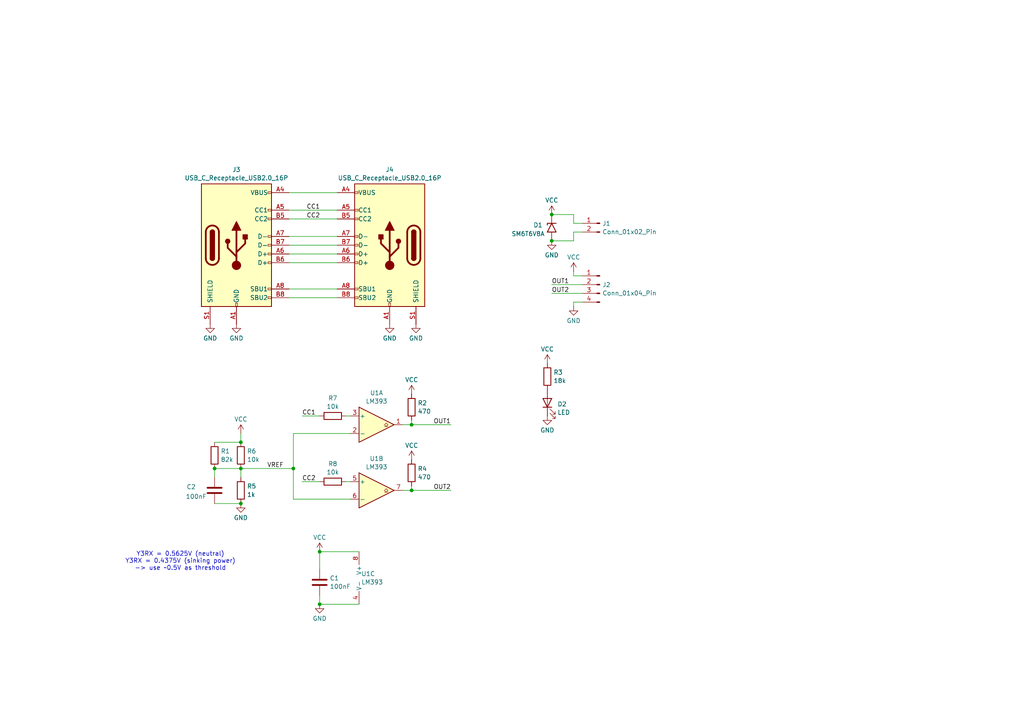
<source format=kicad_sch>
(kicad_sch (version 20250114) (generator "eeschema") (generator_version "9.0")
  (paper "A4")
  (title_block (title "USB-C PD Sniffer for Logic Analyzer") (date "2025-04-13") (rev "1") (company "Michael Schwingen") (comment 1 "<michael@schwingen.org>"))
  (lib_symbols
    (symbol "Comparator:LM393" (pin_names (offset 0.127))
      (property "Reference" "U" (at 3.81 3.81 0))
      (property "Value" "LM393" (at 6.35 -3.81 0))
      (symbol "LM393_1_1"
        (polyline (pts (xy -5.08 5.08) (xy 5.08 0) (xy -5.08 -5.08) (xy -5.08 5.08)) (stroke (width 0.254)) (fill (type background)))
        (polyline (pts (xy 3.302 -0.508) (xy 2.794 -0.508) (xy 3.302 0) (xy 2.794 0.508) (xy 2.286 0) (xy 2.794 -0.508) (xy 2.286 -0.508)) (stroke (width 0.127)))
        (pin input line (at -7.62 2.54 0) (length 2.54) (name "+") (number "3"))
        (pin input line (at -7.62 -2.54 0) (length 2.54) (name "-") (number "2"))
        (pin open_collector line (at 7.62 0 180) (length 2.54) (name "~") (number "1"))
      )
      (symbol "LM393_2_1"
        (polyline (pts (xy -5.08 5.08) (xy 5.08 0) (xy -5.08 -5.08) (xy -5.08 5.08)) (stroke (width 0.254)) (fill (type background)))
        (polyline (pts (xy 3.302 -0.508) (xy 2.794 -0.508) (xy 3.302 0) (xy 2.794 0.508) (xy 2.286 0) (xy 2.794 -0.508) (xy 2.286 -0.508)) (stroke (width 0.127)))
        (pin input line (at -7.62 2.54 0) (length 2.54) (name "+") (number "5"))
        (pin input line (at -7.62 -2.54 0) (length 2.54) (name "-") (number "6"))
        (pin open_collector line (at 7.62 0 180) (length 2.54) (name "~") (number "7"))
      )
      (symbol "LM393_3_1"
        (pin power_in line (at -2.54 7.62 270) (length 3.81) (name "V+") (number "8"))
        (pin power_in line (at -2.54 -7.62 90) (length 3.81) (name "V-") (number "4"))
      )
    )
    (symbol "Connector:Conn_01x02_Pin" (pin_names (offset 1.016) (hide yes))
      (property "Reference" "J" (at 0 2.54 0))
      (property "Value" "Conn_01x02_Pin" (at 0 -5.08 0))
      (symbol "Conn_01x02_Pin_1_1"
        (rectangle (start 0.8636 0.127) (end 0 -0.127) (stroke (width 0.1524)) (fill (type outline)))
        (rectangle (start 0.8636 -2.413) (end 0 -2.667) (stroke (width 0.1524)) (fill (type outline)))
        (polyline (pts (xy 1.27 0) (xy 0.8636 0)) (stroke (width 0.1524)))
        (polyline (pts (xy 1.27 -2.54) (xy 0.8636 -2.54)) (stroke (width 0.1524)))
        (pin passive line (at 5.08 0 180) (length 3.81) (name "Pin_1") (number "1"))
        (pin passive line (at 5.08 -2.54 180) (length 3.81) (name "Pin_2") (number "2"))
      )
    )
    (symbol "Connector:Conn_01x04_Pin" (pin_names (offset 1.016) (hide yes))
      (property "Reference" "J" (at 0 5.08 0))
      (property "Value" "Conn_01x04_Pin" (at 0 -7.62 0))
      (symbol "Conn_01x04_Pin_1_1"
        (rectangle (start 0.8636 2.667) (end 0 2.413) (stroke (width 0.1524)) (fill (type outline)))
        (rectangle (start 0.8636 0.127) (end 0 -0.127) (stroke (width 0.1524)) (fill (type outline)))
        (rectangle (start 0.8636 -2.413) (end 0 -2.667) (stroke (width 0.1524)) (fill (type outline)))
        (rectangle (start 0.8636 -4.953) (end 0 -5.207) (stroke (width 0.1524)) (fill (type outline)))
        (polyline (pts (xy 1.27 2.54) (xy 0.8636 2.54)) (stroke (width 0.1524)))
        (polyline (pts (xy 1.27 0) (xy 0.8636 0)) (stroke (width 0.1524)))
        (polyline (pts (xy 1.27 -2.54) (xy 0.8636 -2.54)) (stroke (width 0.1524)))
        (polyline (pts (xy 1.27 -5.08) (xy 0.8636 -5.08)) (stroke (width 0.1524)))
        (pin passive line (at 5.08 2.54 180) (length 3.81) (name "Pin_1") (number "1"))
        (pin passive line (at 5.08 0 180) (length 3.81) (name "Pin_2") (number "2"))
        (pin passive line (at 5.08 -2.54 180) (length 3.81) (name "Pin_3") (number "3"))
        (pin passive line (at 5.08 -5.08 180) (length 3.81) (name "Pin_4") (number "4"))
      )
    )
    (symbol "Connector:USB_C_Receptacle_USB2.0_16P" (pin_names (offset 1.016))
      (property "Reference" "J" (at 0 22.225 0))
      (property "Value" "USB_C_Receptacle_USB2.0_16P" (at 0 19.685 0))
      (symbol "USB_C_Receptacle_USB2.0_16P_0_0"
        (rectangle (start -0.254 -17.78) (end 0.254 -16.764))
        (rectangle (start 10.16 15.494) (end 9.144 14.986))
        (rectangle (start 10.16 10.414) (end 9.144 9.906))
        (rectangle (start 10.16 7.874) (end 9.144 7.366))
        (rectangle (start 10.16 2.794) (end 9.144 2.286))
        (rectangle (start 10.16 0.254) (end 9.144 -0.254))
        (rectangle (start 10.16 -2.286) (end 9.144 -2.794))
        (rectangle (start 10.16 -4.826) (end 9.144 -5.334))
        (rectangle (start 10.16 -12.446) (end 9.144 -12.954))
        (rectangle (start 10.16 -14.986) (end 9.144 -15.494))
      )
      (symbol "USB_C_Receptacle_USB2.0_16P_0_1"
        (rectangle (start -10.16 17.78) (end 10.16 -17.78) (stroke (width 0.254)) (fill (type background)))
        (polyline (pts (xy -8.89 -3.81) (xy -8.89 3.81)) (stroke (width 0.508)))
        (rectangle (start -7.62 -3.81) (end -6.35 3.81) (stroke (width 0.254)) (fill (type outline)))
        (arc (start -7.62 3.81) (mid -6.985 4.4423) (end -6.35 3.81) (stroke (width 0.254)))
        (arc (start -7.62 3.81) (mid -6.985 4.4423) (end -6.35 3.81) (stroke (width 0.254)) (fill (type outline)))
        (arc (start -8.89 3.81) (mid -6.985 5.7067) (end -5.08 3.81) (stroke (width 0.508)))
        (arc (start -5.08 -3.81) (mid -6.985 -5.7067) (end -8.89 -3.81) (stroke (width 0.508)))
        (arc (start -6.35 -3.81) (mid -6.985 -4.4423) (end -7.62 -3.81) (stroke (width 0.254)))
        (arc (start -6.35 -3.81) (mid -6.985 -4.4423) (end -7.62 -3.81) (stroke (width 0.254)) (fill (type outline)))
        (polyline (pts (xy -5.08 3.81) (xy -5.08 -3.81)) (stroke (width 0.508)))
        (circle (center -2.54 1.143) (radius 0.635) (stroke (width 0.254)) (fill (type outline)))
        (polyline (pts (xy -1.27 4.318) (xy 0 6.858) (xy 1.27 4.318) (xy -1.27 4.318)) (stroke (width 0.254)) (fill (type outline)))
        (polyline (pts (xy 0 -2.032) (xy 2.54 0.508) (xy 2.54 1.778)) (stroke (width 0.508)))
        (polyline (pts (xy 0 -3.302) (xy -2.54 -0.762) (xy -2.54 0.508)) (stroke (width 0.508)))
        (polyline (pts (xy 0 -5.842) (xy 0 4.318)) (stroke (width 0.508)))
        (circle (center 0 -5.842) (radius 1.27) (fill (type outline)))
        (rectangle (start 1.905 1.778) (end 3.175 3.048) (stroke (width 0.254)) (fill (type outline)))
      )
      (symbol "USB_C_Receptacle_USB2.0_16P_1_1"
        (pin passive line (at -7.62 -22.86 90) (length 5.08) (name "SHIELD") (number "S1"))
        (pin passive line (at 0 -22.86 90) (length 5.08) (name "GND") (number "A1"))
        (pin passive line (at 0 -22.86 90) (length 5.08) (hide yes) (name "GND") (number "A12"))
        (pin passive line (at 0 -22.86 90) (length 5.08) (hide yes) (name "GND") (number "B1"))
        (pin passive line (at 0 -22.86 90) (length 5.08) (hide yes) (name "GND") (number "B12"))
        (pin passive line (at 15.24 15.24 180) (length 5.08) (name "VBUS") (number "A4"))
        (pin passive line (at 15.24 15.24 180) (length 5.08) (hide yes) (name "VBUS") (number "A9"))
        (pin passive line (at 15.24 15.24 180) (length 5.08) (hide yes) (name "VBUS") (number "B4"))
        (pin passive line (at 15.24 15.24 180) (length 5.08) (hide yes) (name "VBUS") (number "B9"))
        (pin bidirectional line (at 15.24 10.16 180) (length 5.08) (name "CC1") (number "A5"))
        (pin bidirectional line (at 15.24 7.62 180) (length 5.08) (name "CC2") (number "B5"))
        (pin bidirectional line (at 15.24 2.54 180) (length 5.08) (name "D-") (number "A7"))
        (pin bidirectional line (at 15.24 0 180) (length 5.08) (name "D-") (number "B7"))
        (pin bidirectional line (at 15.24 -2.54 180) (length 5.08) (name "D+") (number "A6"))
        (pin bidirectional line (at 15.24 -5.08 180) (length 5.08) (name "D+") (number "B6"))
        (pin bidirectional line (at 15.24 -12.7 180) (length 5.08) (name "SBU1") (number "A8"))
        (pin bidirectional line (at 15.24 -15.24 180) (length 5.08) (name "SBU2") (number "B8"))
      )
    )
    (symbol "Device:C" (pin_numbers (hide yes)) (pin_names (offset 0.254))
      (property "Reference" "C" (at 0.635 2.54 0))
      (property "Value" "C" (at 0.635 -2.54 0))
      (symbol "C_0_1"
        (polyline (pts (xy -2.032 0.762) (xy 2.032 0.762)) (stroke (width 0.508)))
        (polyline (pts (xy -2.032 -0.762) (xy 2.032 -0.762)) (stroke (width 0.508)))
      )
      (symbol "C_1_1"
        (pin passive line (at 0 3.81 270) (length 2.794) (name "~") (number "1"))
        (pin passive line (at 0 -3.81 90) (length 2.794) (name "~") (number "2"))
      )
    )
    (symbol "Device:LED" (pin_numbers (hide yes)) (pin_names (offset 1.016) (hide yes))
      (property "Reference" "D" (at 0 2.54 0))
      (property "Value" "LED" (at 0 -2.54 0))
      (symbol "LED_0_1"
        (polyline (pts (xy -3.048 -0.762) (xy -4.572 -2.286) (xy -3.81 -2.286) (xy -4.572 -2.286) (xy -4.572 -1.524)))
        (polyline (pts (xy -1.778 -0.762) (xy -3.302 -2.286) (xy -2.54 -2.286) (xy -3.302 -2.286) (xy -3.302 -1.524)))
        (polyline (pts (xy -1.27 0) (xy 1.27 0)))
        (polyline (pts (xy -1.27 -1.27) (xy -1.27 1.27)) (stroke (width 0.254)))
        (polyline (pts (xy 1.27 -1.27) (xy 1.27 1.27) (xy -1.27 0) (xy 1.27 -1.27)) (stroke (width 0.254)))
      )
      (symbol "LED_1_1"
        (pin passive line (at -3.81 0 0) (length 2.54) (name "K") (number "1"))
        (pin passive line (at 3.81 0 180) (length 2.54) (name "A") (number "2"))
      )
    )
    (symbol "Device:R" (pin_numbers (hide yes)) (pin_names (offset 0))
      (property "Reference" "R" (at 2.032 0 90))
      (property "Value" "R" (at 0 0 90))
      (symbol "R_0_1"
        (rectangle (start -1.016 -2.54) (end 1.016 2.54) (stroke (width 0.254)))
      )
      (symbol "R_1_1"
        (pin passive line (at 0 3.81 270) (length 1.27) (name "~") (number "1"))
        (pin passive line (at 0 -3.81 90) (length 1.27) (name "~") (number "2"))
      )
    )
    (symbol "Diode:SM6T6V8A" (pin_numbers (hide yes)) (pin_names (offset 1.016) (hide yes))
      (property "Reference" "D" (at 0 2.54 0))
      (property "Value" "SM6T6V8A" (at 0 -2.54 0))
      (symbol "SM6T6V8A_0_1"
        (polyline (pts (xy -0.762 1.27) (xy -1.27 1.27) (xy -1.27 -1.27)) (stroke (width 0.254)))
        (polyline (pts (xy 1.27 1.27) (xy 1.27 -1.27) (xy -1.27 0) (xy 1.27 1.27)) (stroke (width 0.254)))
      )
      (symbol "SM6T6V8A_1_1"
        (pin passive line (at -3.81 0 0) (length 2.54) (name "A1") (number "1"))
        (pin passive line (at 3.81 0 180) (length 2.54) (name "A2") (number "2"))
      )
    )
    (symbol "power:GND" (power) (pin_numbers (hide yes)) (pin_names (offset 0) (hide yes))
      (property "Value" "GND" (at 0 -3.81 0))
      (symbol "GND_0_1"
        (polyline (pts (xy 0 0) (xy 0 -1.27) (xy 1.27 -1.27) (xy 0 -2.54) (xy -1.27 -1.27) (xy 0 -1.27)))
      )
      (symbol "GND_1_1"
        (pin power_in line (at 0 0 270) (length 0) (name "~") (number "1"))
      )
    )
    (symbol "power:VCC" (power) (pin_numbers (hide yes)) (pin_names (offset 0) (hide yes))
      (property "Value" "VCC" (at 0 3.556 0))
      (symbol "VCC_0_1"
        (polyline (pts (xy -0.762 1.27) (xy 0 2.54)))
        (polyline (pts (xy 0 2.54) (xy 0.762 1.27)))
        (polyline (pts (xy 0 0) (xy 0 2.54)))
      )
      (symbol "VCC_1_1"
        (pin power_in line (at 0 0 90) (length 0) (name "~") (number "1"))
      )
    )
  )
  (text "Y3RX = 0.5625V (neutral)\nY3RX = 0.4375V (sinking power)\n-> use ~0.5V as threshold" (at 52.324 162.814 0) (effects (font (size 1.27 1.27))))
  (junction (at 119.38 123.19))
  (junction (at 69.85 146.05))
  (junction (at 85.09 135.89))
  (junction (at 92.71 160.02))
  (junction (at 92.71 175.26))
  (junction (at 69.85 128.27))
  (junction (at 160.02 62.23))
  (junction (at 69.85 135.89))
  (junction (at 160.02 69.85))
  (junction (at 62.23 135.89))
  (junction (at 119.38 142.24))
  (wire (pts (xy 119.38 123.19) (xy 130.81 123.19)))
  (wire (pts (xy 101.6 144.78) (xy 85.09 144.78)))
  (wire (pts (xy 92.71 160.02) (xy 92.71 165.1)))
  (wire (pts (xy 69.85 135.89) (xy 69.85 138.43)))
  (wire (pts (xy 62.23 128.27) (xy 69.85 128.27)))
  (wire (pts (xy 119.38 142.24) (xy 130.81 142.24)))
  (wire (pts (xy 83.82 55.88) (xy 97.79 55.88)))
  (wire (pts (xy 83.82 86.36) (xy 97.79 86.36)))
  (wire (pts (xy 100.33 120.65) (xy 101.6 120.65)))
  (wire (pts (xy 166.37 78.74) (xy 166.37 80.01)))
  (wire (pts (xy 166.37 67.31) (xy 168.91 67.31)))
  (wire (pts (xy 166.37 62.23) (xy 166.37 64.77)))
  (wire (pts (xy 160.02 62.23) (xy 166.37 62.23)))
  (wire (pts (xy 119.38 142.24) (xy 119.38 140.97)))
  (wire (pts (xy 166.37 88.9) (xy 166.37 87.63)))
  (wire (pts (xy 166.37 87.63) (xy 168.91 87.63)))
  (wire (pts (xy 69.85 125.73) (xy 69.85 128.27)))
  (wire (pts (xy 83.82 60.96) (xy 97.79 60.96)))
  (wire (pts (xy 83.82 68.58) (xy 97.79 68.58)))
  (wire (pts (xy 85.09 125.73) (xy 85.09 135.89)))
  (wire (pts (xy 83.82 73.66) (xy 97.79 73.66)))
  (wire (pts (xy 116.84 142.24) (xy 119.38 142.24)))
  (wire (pts (xy 85.09 144.78) (xy 85.09 135.89)))
  (wire (pts (xy 62.23 135.89) (xy 62.23 138.43)))
  (wire (pts (xy 83.82 76.2) (xy 97.79 76.2)))
  (wire (pts (xy 92.71 172.72) (xy 92.71 175.26)))
  (wire (pts (xy 83.82 71.12) (xy 97.79 71.12)))
  (wire (pts (xy 166.37 67.31) (xy 166.37 69.85)))
  (wire (pts (xy 83.82 63.5) (xy 97.79 63.5)))
  (wire (pts (xy 87.63 120.65) (xy 92.71 120.65)))
  (wire (pts (xy 160.02 69.85) (xy 166.37 69.85)))
  (wire (pts (xy 100.33 139.7) (xy 101.6 139.7)))
  (wire (pts (xy 69.85 135.89) (xy 85.09 135.89)))
  (wire (pts (xy 92.71 160.02) (xy 104.14 160.02)))
  (wire (pts (xy 62.23 146.05) (xy 69.85 146.05)))
  (wire (pts (xy 83.82 83.82) (xy 97.79 83.82)))
  (wire (pts (xy 119.38 123.19) (xy 119.38 121.92)))
  (wire (pts (xy 85.09 125.73) (xy 101.6 125.73)))
  (wire (pts (xy 168.91 64.77) (xy 166.37 64.77)))
  (wire (pts (xy 160.02 82.55) (xy 168.91 82.55)))
  (wire (pts (xy 87.63 139.7) (xy 92.71 139.7)))
  (wire (pts (xy 160.02 85.09) (xy 168.91 85.09)))
  (wire (pts (xy 92.71 175.26) (xy 104.14 175.26)))
  (wire (pts (xy 166.37 80.01) (xy 168.91 80.01)))
  (wire (pts (xy 116.84 123.19) (xy 119.38 123.19)))
  (wire (pts (xy 62.23 135.89) (xy 69.85 135.89)))
  (label "OUT2" (at 125.73 142.24 0))
  (label "CC1" (at 87.63 120.65 0))
  (label "VREF" (at 77.47 135.89 0))
  (label "CC1" (at 88.9 60.96 0))
  (label "CC2" (at 87.63 139.7 0))
  (label "OUT1" (at 125.73 123.19 0))
  (label "OUT1" (at 160.02 82.55 0))
  (label "OUT2" (at 160.02 85.09 0))
  (label "CC2" (at 88.9 63.5 0))
  (symbol (lib_id "power:VCC") (at 119.38 133.35 0) (unit 1)
    (property "Reference" "#PWR09" (effects (hide yes)))
    (property "Value" "VCC" (at 119.38 129.2169 0))
    (property "Description" "Power symbol creates a global label with name \"VCC\"" (effects (hide yes)))
  )
  (symbol (lib_id "power:VCC") (at 69.85 125.73 0) (unit 1)
    (property "Reference" "#PWR03" (effects (hide yes)))
    (property "Value" "VCC" (at 69.85 121.5969 0))
    (property "Description" "Power symbol creates a global label with name \"VCC\"" (effects (hide yes)))
  )
  (symbol (lib_id "Device:R") (at 69.85 142.24 0) (unit 1)
    (property "Reference" "R5" (at 71.628 141.0278 0) (effects (justify left)))
    (property "Value" "1k" (at 71.628 143.4521 0) (effects (justify left)))
    (property "Footprint" "Resistor_SMD:R_0603_1608Metric" (effects (hide yes)))
    (property "Description" "Resistor" (effects (hide yes)))
  )
  (symbol (lib_id "power:GND") (at 166.37 88.9 0) (unit 1)
    (property "Reference" "#PWR016" (effects (hide yes)))
    (property "Value" "GND" (at 166.37 93.0331 0))
    (property "Description" "Power symbol creates a global label with name \"GND\" , ground" (effects (hide yes)))
  )
  (symbol (lib_id "Device:R") (at 119.38 137.16 180) (unit 1)
    (property "Reference" "R4" (at 121.158 135.9478 0) (effects (justify right)))
    (property "Value" "470" (at 121.158 138.3721 0) (effects (justify right)))
    (property "Footprint" "Resistor_SMD:R_0603_1608Metric" (effects (hide yes)))
    (property "Description" "Resistor" (effects (hide yes)))
  )
  (symbol (lib_id "power:GND") (at 160.02 69.85 0) (unit 1)
    (property "Reference" "#PWR014" (effects (hide yes)))
    (property "Value" "GND" (at 160.02 73.9831 0))
    (property "Description" "Power symbol creates a global label with name \"GND\" , ground" (effects (hide yes)))
  )
  (symbol (lib_id "power:GND") (at 120.65 93.98 0) (unit 1)
    (property "Reference" "#PWR010" (effects (hide yes)))
    (property "Value" "GND" (at 120.65 98.1131 0))
    (property "Description" "Power symbol creates a global label with name \"GND\" , ground" (effects (hide yes)))
  )
  (symbol (lib_id "Device:C") (at 92.71 168.91 0) (unit 1)
    (property "Reference" "C1" (at 95.631 167.6978 0) (effects (justify left)))
    (property "Value" "100nF" (at 95.631 170.1221 0) (effects (justify left)))
    (property "Footprint" "Capacitor_SMD:C_0603_1608Metric" (effects (hide yes)))
    (property "Description" "Unpolarized capacitor" (effects (hide yes)))
  )
  (symbol (lib_id "power:VCC") (at 160.02 62.23 0) (unit 1)
    (property "Reference" "#PWR013" (effects (hide yes)))
    (property "Value" "VCC" (at 160.02 58.0969 0))
    (property "Description" "Power symbol creates a global label with name \"VCC\"" (effects (hide yes)))
  )
  (symbol (lib_id "power:GND") (at 92.71 175.26 0) (unit 1)
    (property "Reference" "#PWR06" (effects (hide yes)))
    (property "Value" "GND" (at 92.71 179.3931 0))
    (property "Description" "Power symbol creates a global label with name \"GND\" , ground" (effects (hide yes)))
  )
  (symbol (lib_id "Connector:USB_C_Receptacle_USB2.0_16P") (at 113.03 71.12 0) (mirror y) (unit 1)
    (property "Reference" "J4" (at 113.03 49.1955 0))
    (property "Value" "USB_C_Receptacle_USB2.0_16P" (at 113.03 51.6198 0))
    (property "Footprint" "Connector_USB:USB_C_Receptacle_GCT_USB4105-xx-A_16P_TopMnt_Horizontal" (effects (hide yes)))
    (property "Datasheet" "https://www.usb.org/sites/default/files/documents/usb_type-c.zip" (effects (hide yes)))
    (property "Description" "USB 2.0-only 16P Type-C Receptacle connector" (effects (hide yes)))
    (property "MF" "GCT" (effects (hide yes)))
    (property "MF PN" "USB4105" (effects (hide yes)))
  )
  (symbol (lib_id "power:GND") (at 60.96 93.98 0) (unit 1)
    (property "Reference" "#PWR01" (effects (hide yes)))
    (property "Value" "GND" (at 60.96 98.1131 0))
    (property "Description" "Power symbol creates a global label with name \"GND\" , ground" (effects (hide yes)))
  )
  (symbol (lib_id "Device:R") (at 69.85 132.08 0) (unit 1)
    (property "Reference" "R6" (at 71.628 130.8678 0) (effects (justify left)))
    (property "Value" "10k" (at 71.628 133.2921 0) (effects (justify left)))
    (property "Footprint" "Resistor_SMD:R_0603_1608Metric" (effects (hide yes)))
    (property "Description" "Resistor" (effects (hide yes)))
  )
  (symbol (lib_id "Connector:Conn_01x04_Pin") (at 173.99 82.55 0) (mirror y) (unit 1)
    (property "Reference" "J2" (at 174.7012 82.6078 0) (effects (justify right)))
    (property "Value" "Conn_01x04_Pin" (at 174.7012 85.0321 0) (effects (justify right)))
    (property "Footprint" "Connector_PinHeader_2.54mm:PinHeader_1x04_P2.54mm_Horizontal" (effects (hide yes)))
    (property "Description" "Generic connector, single row, 01x04, script generated" (effects (hide yes)))
  )
  (symbol (lib_id "power:VCC") (at 92.71 160.02 0) (unit 1)
    (property "Reference" "#PWR05" (effects (hide yes)))
    (property "Value" "VCC" (at 92.71 155.8869 0))
    (property "Description" "Power symbol creates a global label with name \"VCC\"" (effects (hide yes)))
  )
  (symbol (lib_id "Comparator:LM393") (at 106.68 167.64 0) (unit 3)
    (property "Reference" "U1" (at 104.775 166.4278 0) (effects (justify left)))
    (property "Value" "LM393" (at 104.775 168.8521 0) (effects (justify left)))
    (property "Footprint" "Package_SO:SOIC-8_3.9x4.9mm_P1.27mm" (effects (hide yes)))
    (property "Datasheet" "http://www.ti.com/lit/ds/symlink/lm393.pdf" (effects (hide yes)))
    (property "Description" "Low-Power, Low-Offset Voltage, Dual Comparators, DIP-8/SOIC-8/TO-99-8" (effects (hide yes)))
  )
  (symbol (lib_id "Device:LED") (at 158.75 116.84 90) (unit 1)
    (property "Reference" "D2" (at 161.671 117.2153 90) (effects (justify right)))
    (property "Value" "LED" (at 161.671 119.6396 90) (effects (justify right)))
    (property "Footprint" "LED_SMD:LED_0603_1608Metric_Pad1.05x0.95mm_HandSolder" (effects (hide yes)))
    (property "Description" "Light emitting diode" (effects (hide yes)))
    (property "Sim.Pins" "1=K 2=A" (effects (hide yes)))
  )
  (symbol (lib_id "power:VCC") (at 158.75 105.41 0) (unit 1)
    (property "Reference" "#PWR011" (effects (hide yes)))
    (property "Value" "VCC" (at 158.75 101.2769 0))
    (property "Description" "Power symbol creates a global label with name \"VCC\"" (effects (hide yes)))
  )
  (symbol (lib_id "power:GND") (at 158.75 120.65 0) (unit 1)
    (property "Reference" "#PWR012" (effects (hide yes)))
    (property "Value" "GND" (at 158.75 124.7831 0))
    (property "Description" "Power symbol creates a global label with name \"GND\" , ground" (effects (hide yes)))
  )
  (symbol (lib_id "power:VCC") (at 119.38 114.3 0) (unit 1)
    (property "Reference" "#PWR08" (effects (hide yes)))
    (property "Value" "VCC" (at 119.38 110.1669 0))
    (property "Description" "Power symbol creates a global label with name \"VCC\"" (effects (hide yes)))
  )
  (symbol (lib_id "power:GND") (at 69.85 146.05 0) (unit 1)
    (property "Reference" "#PWR04" (effects (hide yes)))
    (property "Value" "GND" (at 69.85 150.1831 0))
    (property "Description" "Power symbol creates a global label with name \"GND\" , ground" (effects (hide yes)))
  )
  (symbol (lib_id "Device:C") (at 62.23 142.24 0) (unit 1)
    (property "Reference" "C2" (at 54.102 141.224 0) (effects (justify left)))
    (property "Value" "100nF" (at 53.848 144.018 0) (effects (justify left)))
    (property "Footprint" "Capacitor_SMD:C_0603_1608Metric" (effects (hide yes)))
    (property "Description" "Unpolarized capacitor" (effects (hide yes)))
  )
  (symbol (lib_id "power:GND") (at 113.03 93.98 0) (unit 1)
    (property "Reference" "#PWR07" (effects (hide yes)))
    (property "Value" "GND" (at 113.03 98.1131 0))
    (property "Description" "Power symbol creates a global label with name \"GND\" , ground" (effects (hide yes)))
  )
  (symbol (lib_id "Diode:SM6T6V8A") (at 160.02 66.04 90) (mirror x) (unit 1)
    (property "Reference" "D1" (at 154.686 65.278 90) (effects (justify right)))
    (property "Value" "SM6T6V8A" (at 148.336 67.818 90) (effects (justify right)))
    (property "Footprint" "Diode_SMD:D_SMB" (effects (hide yes)))
    (property "Datasheet" "https://www.st.com/resource/en/datasheet/sm6t.pdf" (effects (hide yes)))
    (property "Description" "600W unidirectional Transil Transient Voltage Suppressor, 6.8Vrwm, DO-214AA" (effects (hide yes)))
  )
  (symbol (lib_id "Device:R") (at 62.23 132.08 0) (unit 1)
    (property "Reference" "R1" (at 64.008 130.8678 0) (effects (justify left)))
    (property "Value" "82k" (at 64.008 133.2921 0) (effects (justify left)))
    (property "Footprint" "Resistor_SMD:R_0603_1608Metric" (effects (hide yes)))
    (property "Description" "Resistor" (effects (hide yes)))
  )
  (symbol (lib_id "Comparator:LM393") (at 109.22 142.24 0) (unit 2)
    (property "Reference" "U1" (at 109.22 133.0155 0))
    (property "Value" "LM393" (at 109.22 135.4398 0))
    (property "Footprint" "Package_SO:SOIC-8_3.9x4.9mm_P1.27mm" (effects (hide yes)))
    (property "Datasheet" "http://www.ti.com/lit/ds/symlink/lm393.pdf" (effects (hide yes)))
    (property "Description" "Low-Power, Low-Offset Voltage, Dual Comparators, DIP-8/SOIC-8/TO-99-8" (effects (hide yes)))
  )
  (symbol (lib_id "Device:R") (at 119.38 118.11 180) (unit 1)
    (property "Reference" "R2" (at 121.158 116.8978 0) (effects (justify right)))
    (property "Value" "470" (at 121.158 119.3221 0) (effects (justify right)))
    (property "Footprint" "Resistor_SMD:R_0603_1608Metric" (effects (hide yes)))
    (property "Description" "Resistor" (effects (hide yes)))
  )
  (symbol (lib_id "Connector:USB_C_Receptacle_USB2.0_16P") (at 68.58 71.12 0) (unit 1)
    (property "Reference" "J3" (at 68.58 49.1955 0))
    (property "Value" "USB_C_Receptacle_USB2.0_16P" (at 68.58 51.6198 0))
    (property "Footprint" "Connector_USB:USB_C_Receptacle_GCT_USB4105-xx-A_16P_TopMnt_Horizontal" (effects (hide yes)))
    (property "Datasheet" "https://www.usb.org/sites/default/files/documents/usb_type-c.zip" (effects (hide yes)))
    (property "Description" "USB 2.0-only 16P Type-C Receptacle connector" (effects (hide yes)))
    (property "MF" "GCT" (effects (hide yes)))
    (property "MF PN" "USB4105" (effects (hide yes)))
  )
  (symbol (lib_id "Device:R") (at 158.75 109.22 0) (unit 1)
    (property "Reference" "R3" (at 160.528 108.0078 0) (effects (justify left)))
    (property "Value" "18k" (at 160.528 110.4321 0) (effects (justify left)))
    (property "Footprint" "Resistor_SMD:R_0603_1608Metric" (effects (hide yes)))
    (property "Description" "Resistor" (effects (hide yes)))
  )
  (symbol (lib_id "power:GND") (at 68.58 93.98 0) (unit 1)
    (property "Reference" "#PWR02" (effects (hide yes)))
    (property "Value" "GND" (at 68.58 98.1131 0))
    (property "Description" "Power symbol creates a global label with name \"GND\" , ground" (effects (hide yes)))
  )
  (symbol (lib_id "Device:R") (at 96.52 139.7 90) (unit 1)
    (property "Reference" "R8" (at 96.52 134.5395 90))
    (property "Value" "10k" (at 96.52 136.9638 90))
    (property "Footprint" "Resistor_SMD:R_0603_1608Metric" (effects (hide yes)))
    (property "Description" "Resistor" (effects (hide yes)))
  )
  (symbol (lib_id "Device:R") (at 96.52 120.65 90) (unit 1)
    (property "Reference" "R7" (at 96.52 115.4895 90))
    (property "Value" "10k" (at 96.52 117.9138 90))
    (property "Footprint" "Resistor_SMD:R_0603_1608Metric" (effects (hide yes)))
    (property "Description" "Resistor" (effects (hide yes)))
  )
  (symbol (lib_id "power:VCC") (at 166.37 78.74 0) (unit 1)
    (property "Reference" "#PWR015" (effects (hide yes)))
    (property "Value" "VCC" (at 166.37 74.6069 0))
    (property "Description" "Power symbol creates a global label with name \"VCC\"" (effects (hide yes)))
  )
  (symbol (lib_id "Comparator:LM393") (at 109.22 123.19 0) (unit 1)
    (property "Reference" "U1" (at 109.22 113.9655 0))
    (property "Value" "LM393" (at 109.22 116.3898 0))
    (property "Footprint" "Package_SO:SOIC-8_3.9x4.9mm_P1.27mm" (effects (hide yes)))
    (property "Datasheet" "http://www.ti.com/lit/ds/symlink/lm393.pdf" (effects (hide yes)))
    (property "Description" "Low-Power, Low-Offset Voltage, Dual Comparators, DIP-8/SOIC-8/TO-99-8" (effects (hide yes)))
  )
  (symbol (lib_id "Connector:Conn_01x02_Pin") (at 173.99 64.77 0) (mirror y) (unit 1)
    (property "Reference" "J1" (at 174.7012 64.8278 0) (effects (justify right)))
    (property "Value" "Conn_01x02_Pin" (at 174.7012 67.2521 0) (effects (justify right)))
    (property "Footprint" "Connector_PinHeader_2.54mm:PinHeader_1x02_P2.54mm_Horizontal" (effects (hide yes)))
    (property "Description" "Generic connector, single row, 01x02, script generated" (effects (hide yes)))
  )
)
</source>
